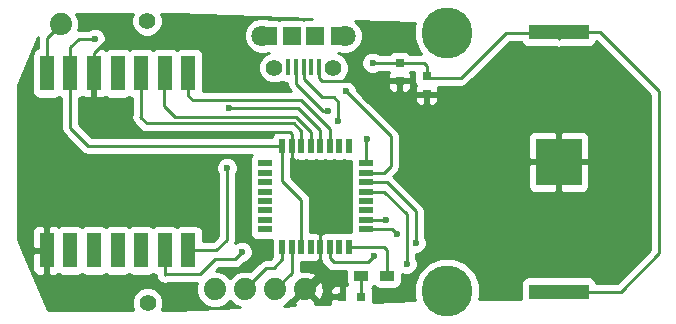
<source format=gbr>
G04 #@! TF.FileFunction,Copper,L2,Bot,Signal*
%FSLAX46Y46*%
G04 Gerber Fmt 4.6, Leading zero omitted, Abs format (unit mm)*
G04 Created by KiCad (PCBNEW 4.0.7-e2-6376~61~ubuntu18.04.1) date Tue Jul 31 19:09:39 2018*
%MOMM*%
%LPD*%
G01*
G04 APERTURE LIST*
%ADD10C,0.100000*%
%ADD11R,1.200000X0.900000*%
%ADD12R,1.270000X0.558800*%
%ADD13R,0.558800X1.270000*%
%ADD14R,1.198880X2.999740*%
%ADD15R,3.960000X3.960000*%
%ADD16R,5.080000X1.270000*%
%ADD17C,1.397000*%
%ADD18C,4.318000*%
%ADD19R,0.800000X0.800000*%
%ADD20C,1.879600*%
%ADD21R,0.750000X0.800000*%
%ADD22R,0.450000X1.350000*%
%ADD23C,1.408000*%
%ADD24C,1.800000*%
%ADD25R,1.500000X1.550000*%
%ADD26C,0.600000*%
%ADD27C,0.250000*%
%ADD28C,0.254000*%
G04 APERTURE END LIST*
D10*
D11*
X105961000Y-85852000D03*
X108161000Y-85852000D03*
D12*
X97815400Y-81920080D03*
X97815400Y-81119980D03*
X97815400Y-80319880D03*
X97815400Y-79519780D03*
X97815400Y-78722220D03*
X97815400Y-77922120D03*
X97815400Y-77122020D03*
X97815400Y-76321920D03*
D13*
X99308920Y-74828400D03*
X100109020Y-74828400D03*
X100909120Y-74828400D03*
X101709220Y-74828400D03*
X102506780Y-74828400D03*
X103306880Y-74828400D03*
X104106980Y-74828400D03*
X104907080Y-74828400D03*
D12*
X106400600Y-76321920D03*
X106400600Y-77122020D03*
X106400600Y-77922120D03*
X106400600Y-78722220D03*
X106400600Y-79519780D03*
X106400600Y-80319880D03*
X106400600Y-81119980D03*
X106400600Y-81920080D03*
D13*
X104907080Y-83413600D03*
X104106980Y-83413600D03*
X103306880Y-83413600D03*
X102506780Y-83413600D03*
X101709220Y-83413600D03*
X100909120Y-83413600D03*
X100109020Y-83413600D03*
X99308920Y-83413600D03*
D14*
X79344520Y-68701920D03*
X81346040Y-68701920D03*
X83345020Y-68701920D03*
X85344000Y-68701920D03*
X87342980Y-68701920D03*
X89341960Y-68701920D03*
X91343480Y-68701920D03*
X91343480Y-83698080D03*
X89341960Y-83698080D03*
X87342980Y-83698080D03*
X85344000Y-83698080D03*
X83345020Y-83698080D03*
X81346040Y-83698080D03*
X79344520Y-83698080D03*
D15*
X122682000Y-76200000D03*
D16*
X122682000Y-87185000D03*
X122682000Y-65215000D03*
D17*
X87833200Y-64262000D03*
D18*
X113233200Y-65278000D03*
D19*
X105956000Y-87630000D03*
X104356000Y-87630000D03*
D20*
X93599000Y-86995000D03*
X96139000Y-86995000D03*
X98679000Y-86995000D03*
X101219000Y-86995000D03*
X80518000Y-64516000D03*
D18*
X113233200Y-87122000D03*
D17*
X87884000Y-88138000D03*
D21*
X111506000Y-70473000D03*
X111506000Y-68973000D03*
X109220000Y-69330000D03*
X109220000Y-67830000D03*
D22*
X99792000Y-68207000D03*
X100442000Y-68207000D03*
X101092000Y-68207000D03*
X101742000Y-68207000D03*
X102392000Y-68207000D03*
D23*
X98592000Y-68232000D03*
X103592000Y-68232000D03*
D24*
X97592000Y-65532000D03*
X104592000Y-65532000D03*
D25*
X100092000Y-65532000D03*
X102092000Y-65532000D03*
X98042000Y-65532000D03*
X104142000Y-65532000D03*
D26*
X102997000Y-85725000D03*
X81788000Y-87376000D03*
X84963000Y-64643000D03*
X116840000Y-77470000D03*
X116840000Y-75946000D03*
X116840000Y-74422000D03*
X116840000Y-73025000D03*
X83439000Y-65786000D03*
X106934000Y-67818000D03*
X109855000Y-84836000D03*
X110617000Y-83058000D03*
X104648000Y-70231000D03*
X106426000Y-74295000D03*
X94742000Y-71628000D03*
X94615000Y-76708000D03*
X107061000Y-84201000D03*
X95885000Y-83820000D03*
X108077000Y-81153000D03*
X103124000Y-71882000D03*
X108966000Y-82296000D03*
X104013000Y-72771000D03*
D27*
X83345020Y-68701920D02*
X83345020Y-71280020D01*
X85725000Y-73660000D02*
X98552000Y-73660000D01*
X83345020Y-71280020D02*
X85725000Y-73660000D01*
X109220000Y-69330000D02*
X104660000Y-69330000D01*
X104660000Y-69330000D02*
X104648000Y-69342000D01*
X102392000Y-68207000D02*
X102392000Y-69118000D01*
X102616000Y-69342000D02*
X104648000Y-69342000D01*
X104648000Y-69342000D02*
X104775000Y-69342000D01*
X102392000Y-69118000D02*
X102616000Y-69342000D01*
X102506780Y-83413600D02*
X102506780Y-85234780D01*
X102997000Y-85725000D02*
X101727000Y-86995000D01*
X102506780Y-85234780D02*
X102997000Y-85725000D01*
X101219000Y-86995000D02*
X101727000Y-86995000D01*
X100109020Y-74828400D02*
X100109020Y-77376020D01*
X102506780Y-79773780D02*
X102506780Y-83413600D01*
X100109020Y-77376020D02*
X102506780Y-79773780D01*
X79344520Y-83698080D02*
X79344520Y-86202520D01*
X80518000Y-87376000D02*
X81788000Y-87376000D01*
X79344520Y-86202520D02*
X80518000Y-87376000D01*
X83345020Y-68701920D02*
X83345020Y-67022980D01*
X84963000Y-65405000D02*
X84963000Y-64643000D01*
X84201000Y-66167000D02*
X84963000Y-65405000D01*
X83345020Y-67022980D02*
X84201000Y-66167000D01*
X100109020Y-74828400D02*
X100109020Y-73820020D01*
X100109020Y-73820020D02*
X99949000Y-73660000D01*
X99949000Y-73660000D02*
X98552000Y-73660000D01*
X98552000Y-73660000D02*
X98425000Y-73660000D01*
X111506000Y-70473000D02*
X111506000Y-71628000D01*
X116840000Y-74422000D02*
X116840000Y-75946000D01*
X112903000Y-73025000D02*
X116840000Y-73025000D01*
X111506000Y-71628000D02*
X112903000Y-73025000D01*
X100711000Y-86868000D02*
X100711000Y-86741000D01*
X109220000Y-67830000D02*
X106946000Y-67830000D01*
X81346040Y-66481960D02*
X81346040Y-68701920D01*
X82042000Y-65786000D02*
X81346040Y-66481960D01*
X82550000Y-65786000D02*
X82042000Y-65786000D01*
X83439000Y-65786000D02*
X82550000Y-65786000D01*
X106946000Y-67830000D02*
X106934000Y-67818000D01*
X99308920Y-74828400D02*
X82829400Y-74828400D01*
X82829400Y-74828400D02*
X81346040Y-73345040D01*
X81346040Y-73345040D02*
X81346040Y-68701920D01*
X100909120Y-83413600D02*
X100909120Y-79446120D01*
X99308920Y-77845920D02*
X99308920Y-74828400D01*
X100909120Y-79446120D02*
X99308920Y-77845920D01*
X111506000Y-68973000D02*
X111506000Y-68072000D01*
X111506000Y-68072000D02*
X111264000Y-67830000D01*
X111264000Y-67830000D02*
X109220000Y-67830000D01*
X112014000Y-69088000D02*
X114427000Y-69088000D01*
X111621000Y-69088000D02*
X112014000Y-69088000D01*
X118237000Y-65278000D02*
X122619000Y-65278000D01*
X117221000Y-66294000D02*
X118237000Y-65278000D01*
X114427000Y-69088000D02*
X117221000Y-66294000D01*
X122619000Y-65278000D02*
X122682000Y-65215000D01*
X111506000Y-68973000D02*
X111621000Y-69088000D01*
X122682000Y-65215000D02*
X126175000Y-65215000D01*
X127953000Y-87185000D02*
X122682000Y-87185000D01*
X131191000Y-83947000D02*
X127953000Y-87185000D01*
X131191000Y-70231000D02*
X131191000Y-83947000D01*
X126175000Y-65215000D02*
X131191000Y-70231000D01*
X122682000Y-65215000D02*
X122682000Y-65786000D01*
X105961000Y-85852000D02*
X105961000Y-87625000D01*
X105961000Y-87625000D02*
X105956000Y-87630000D01*
X79344520Y-68701920D02*
X79344520Y-65689480D01*
X79344520Y-65689480D02*
X80518000Y-64516000D01*
X104907080Y-83413600D02*
X107924600Y-83413600D01*
X108161000Y-83650000D02*
X108161000Y-85852000D01*
X107924600Y-83413600D02*
X108161000Y-83650000D01*
X106400600Y-78722220D02*
X107932220Y-78722220D01*
X109855000Y-80645000D02*
X109855000Y-84836000D01*
X107932220Y-78722220D02*
X109855000Y-80645000D01*
X106400600Y-77922120D02*
X108148120Y-77922120D01*
X110617000Y-80391000D02*
X110617000Y-83058000D01*
X108148120Y-77922120D02*
X110617000Y-80391000D01*
X106400600Y-77122020D02*
X107916980Y-77122020D01*
X108458000Y-74041000D02*
X104648000Y-70231000D01*
X108458000Y-76581000D02*
X108458000Y-74041000D01*
X107916980Y-77122020D02*
X108458000Y-76581000D01*
X106400600Y-76321920D02*
X106400600Y-74320400D01*
X106400600Y-74320400D02*
X106426000Y-74295000D01*
X87312500Y-72453500D02*
X87312500Y-68732400D01*
X87312500Y-68732400D02*
X87342980Y-68701920D01*
X100909120Y-74828400D02*
X100909120Y-73604120D01*
X87814998Y-72955998D02*
X87312500Y-72453500D01*
X87312500Y-72453500D02*
X87249000Y-72390000D01*
X100260998Y-72955998D02*
X87814998Y-72955998D01*
X100909120Y-73604120D02*
X100260998Y-72955998D01*
X89281000Y-68762880D02*
X89281000Y-71501000D01*
X101709220Y-73642220D02*
X100457000Y-72390000D01*
X100457000Y-72390000D02*
X90170000Y-72390000D01*
X90170000Y-72390000D02*
X89281000Y-71501000D01*
X101709220Y-73642220D02*
X101709220Y-74828400D01*
X89281000Y-68762880D02*
X89341960Y-68701920D01*
X91343480Y-83698080D02*
X93720920Y-83698080D01*
X102506780Y-73550780D02*
X100584000Y-71628000D01*
X100584000Y-71628000D02*
X94742000Y-71628000D01*
X102506780Y-73550780D02*
X102506780Y-74828400D01*
X94615000Y-82804000D02*
X94615000Y-76708000D01*
X93720920Y-83698080D02*
X94615000Y-82804000D01*
X103306880Y-74828400D02*
X103306880Y-73461880D01*
X91343480Y-70642480D02*
X91343480Y-68701920D01*
X91694000Y-70993000D02*
X91343480Y-70642480D01*
X100838000Y-70993000D02*
X91694000Y-70993000D01*
X103306880Y-73461880D02*
X100838000Y-70993000D01*
X105410000Y-84709000D02*
X106553000Y-84709000D01*
X106553000Y-84709000D02*
X107061000Y-84201000D01*
X105410000Y-84709000D02*
X103632000Y-84709000D01*
X103632000Y-84709000D02*
X103306880Y-84383880D01*
X103306880Y-83413600D02*
X103306880Y-84383880D01*
X89341960Y-83698080D02*
X89341960Y-85785960D01*
X95250000Y-84455000D02*
X95885000Y-83820000D01*
X93599000Y-84455000D02*
X95250000Y-84455000D01*
X92329000Y-85725000D02*
X93599000Y-84455000D01*
X89402920Y-85725000D02*
X92329000Y-85725000D01*
X89341960Y-85785960D02*
X89402920Y-85725000D01*
X100076000Y-83446620D02*
X100109020Y-83413600D01*
X100076000Y-85598000D02*
X100076000Y-83446620D01*
X98679000Y-86995000D02*
X100076000Y-85598000D01*
X97917000Y-85217000D02*
X96139000Y-86995000D01*
X98552000Y-85217000D02*
X97917000Y-85217000D01*
X99308920Y-84460080D02*
X98552000Y-85217000D01*
X99308920Y-83413600D02*
X99308920Y-84460080D01*
X100442000Y-68207000D02*
X100442000Y-69581000D01*
X108043980Y-81119980D02*
X106400600Y-81119980D01*
X108077000Y-81153000D02*
X108043980Y-81119980D01*
X102743000Y-71882000D02*
X103124000Y-71882000D01*
X100442000Y-69581000D02*
X102743000Y-71882000D01*
X101092000Y-68207000D02*
X101092000Y-69215000D01*
X108590080Y-81920080D02*
X106400600Y-81920080D01*
X108966000Y-82296000D02*
X108590080Y-81920080D01*
X104013000Y-71120000D02*
X104013000Y-72771000D01*
X103632000Y-70739000D02*
X104013000Y-71120000D01*
X102616000Y-70739000D02*
X103632000Y-70739000D01*
X101092000Y-69215000D02*
X102616000Y-70739000D01*
D28*
G36*
X78584520Y-65689480D02*
X78584520Y-66584821D01*
X78509763Y-66598888D01*
X78293639Y-66737960D01*
X78148649Y-66950160D01*
X78097640Y-67202050D01*
X78097640Y-70201790D01*
X78141918Y-70437107D01*
X78280990Y-70653231D01*
X78493190Y-70798221D01*
X78745080Y-70849230D01*
X79943960Y-70849230D01*
X80179277Y-70804952D01*
X80346797Y-70697156D01*
X80494710Y-70798221D01*
X80586040Y-70816716D01*
X80586040Y-73345040D01*
X80643892Y-73635879D01*
X80808639Y-73882441D01*
X82291999Y-75365801D01*
X82538561Y-75530548D01*
X82829400Y-75588400D01*
X96722147Y-75588400D01*
X96583969Y-75790630D01*
X96532960Y-76042520D01*
X96532960Y-76601320D01*
X96556495Y-76726399D01*
X96532960Y-76842620D01*
X96532960Y-77401420D01*
X96556495Y-77526499D01*
X96532960Y-77642720D01*
X96532960Y-78201520D01*
X96556495Y-78326599D01*
X96532960Y-78442820D01*
X96532960Y-79001620D01*
X96556248Y-79125383D01*
X96532960Y-79240380D01*
X96532960Y-79799180D01*
X96556495Y-79924259D01*
X96532960Y-80040480D01*
X96532960Y-80599280D01*
X96556495Y-80724359D01*
X96532960Y-80840580D01*
X96532960Y-81399380D01*
X96556495Y-81524459D01*
X96532960Y-81640680D01*
X96532960Y-82199480D01*
X96577238Y-82434797D01*
X96716310Y-82650921D01*
X96928510Y-82795911D01*
X97180400Y-82846920D01*
X98382080Y-82846920D01*
X98382080Y-84048600D01*
X98423812Y-84270386D01*
X98237198Y-84457000D01*
X97917000Y-84457000D01*
X97626161Y-84514852D01*
X97379599Y-84679599D01*
X96584414Y-85474784D01*
X96453621Y-85420474D01*
X95827127Y-85419927D01*
X95248113Y-85659171D01*
X94868727Y-86037896D01*
X94492217Y-85660728D01*
X93913621Y-85420474D01*
X93708507Y-85420295D01*
X93913802Y-85215000D01*
X95250000Y-85215000D01*
X95540839Y-85157148D01*
X95787401Y-84992401D01*
X96024680Y-84755122D01*
X96070167Y-84755162D01*
X96413943Y-84613117D01*
X96677192Y-84350327D01*
X96819838Y-84006799D01*
X96820162Y-83634833D01*
X96678117Y-83291057D01*
X96415327Y-83027808D01*
X96071799Y-82885162D01*
X95699833Y-82884838D01*
X95356057Y-83026883D01*
X95324374Y-83058511D01*
X95375000Y-82804000D01*
X95375000Y-77270463D01*
X95407192Y-77238327D01*
X95549838Y-76894799D01*
X95550162Y-76522833D01*
X95408117Y-76179057D01*
X95145327Y-75915808D01*
X94801799Y-75773162D01*
X94429833Y-75772838D01*
X94086057Y-75914883D01*
X93822808Y-76177673D01*
X93680162Y-76521201D01*
X93679838Y-76893167D01*
X93821883Y-77236943D01*
X93855000Y-77270118D01*
X93855000Y-82489198D01*
X93406118Y-82938080D01*
X92590360Y-82938080D01*
X92590360Y-82198210D01*
X92546082Y-81962893D01*
X92407010Y-81746769D01*
X92194810Y-81601779D01*
X91942920Y-81550770D01*
X90744040Y-81550770D01*
X90508723Y-81595048D01*
X90341203Y-81702844D01*
X90193290Y-81601779D01*
X89941400Y-81550770D01*
X88742520Y-81550770D01*
X88507203Y-81595048D01*
X88340992Y-81702002D01*
X88194310Y-81601779D01*
X87942420Y-81550770D01*
X86743540Y-81550770D01*
X86508223Y-81595048D01*
X86342012Y-81702002D01*
X86195330Y-81601779D01*
X85943440Y-81550770D01*
X84744560Y-81550770D01*
X84509243Y-81595048D01*
X84343032Y-81702002D01*
X84196350Y-81601779D01*
X83944460Y-81550770D01*
X82745580Y-81550770D01*
X82510263Y-81595048D01*
X82344052Y-81702002D01*
X82197370Y-81601779D01*
X81945480Y-81550770D01*
X80746600Y-81550770D01*
X80511283Y-81595048D01*
X80345501Y-81701726D01*
X80303659Y-81659883D01*
X80070270Y-81563210D01*
X79630270Y-81563210D01*
X79471520Y-81721960D01*
X79471520Y-83571080D01*
X79491520Y-83571080D01*
X79491520Y-83825080D01*
X79471520Y-83825080D01*
X79471520Y-85674200D01*
X79630270Y-85832950D01*
X80070270Y-85832950D01*
X80303659Y-85736277D01*
X80346691Y-85693244D01*
X80494710Y-85794381D01*
X80746600Y-85845390D01*
X81945480Y-85845390D01*
X82180797Y-85801112D01*
X82347008Y-85694158D01*
X82493690Y-85794381D01*
X82745580Y-85845390D01*
X83944460Y-85845390D01*
X84179777Y-85801112D01*
X84345988Y-85694158D01*
X84492670Y-85794381D01*
X84744560Y-85845390D01*
X85943440Y-85845390D01*
X86178757Y-85801112D01*
X86344968Y-85694158D01*
X86491650Y-85794381D01*
X86743540Y-85845390D01*
X87942420Y-85845390D01*
X88177737Y-85801112D01*
X88343948Y-85694158D01*
X88490630Y-85794381D01*
X88587539Y-85814005D01*
X88639812Y-86076799D01*
X88804559Y-86323361D01*
X89051121Y-86488108D01*
X89341960Y-86545960D01*
X89632799Y-86488108D01*
X89637450Y-86485000D01*
X92105602Y-86485000D01*
X92024474Y-86680379D01*
X92023927Y-87306873D01*
X92263171Y-87885887D01*
X92705783Y-88329272D01*
X93284379Y-88569526D01*
X93910873Y-88570073D01*
X94489887Y-88330829D01*
X94869273Y-87952104D01*
X95245783Y-88329272D01*
X95736457Y-88533018D01*
X90308822Y-88748400D01*
X89074432Y-88748400D01*
X89217268Y-88404413D01*
X89217731Y-87873914D01*
X89015146Y-87383620D01*
X88640353Y-87008173D01*
X88150413Y-86804732D01*
X87619914Y-86804269D01*
X87129620Y-87006854D01*
X86754173Y-87381647D01*
X86550732Y-87871587D01*
X86550269Y-88402086D01*
X86693363Y-88748400D01*
X79446607Y-88748400D01*
X77415202Y-83983830D01*
X78110080Y-83983830D01*
X78110080Y-85324259D01*
X78206753Y-85557648D01*
X78385381Y-85736277D01*
X78618770Y-85832950D01*
X79058770Y-85832950D01*
X79217520Y-85674200D01*
X79217520Y-83825080D01*
X78268830Y-83825080D01*
X78110080Y-83983830D01*
X77415202Y-83983830D01*
X76885000Y-82740266D01*
X76885000Y-82071901D01*
X78110080Y-82071901D01*
X78110080Y-83412330D01*
X78268830Y-83571080D01*
X79217520Y-83571080D01*
X79217520Y-81721960D01*
X79058770Y-81563210D01*
X78618770Y-81563210D01*
X78385381Y-81659883D01*
X78206753Y-81838512D01*
X78110080Y-82071901D01*
X76885000Y-82071901D01*
X76885000Y-69659734D01*
X78590447Y-65659685D01*
X78584520Y-65689480D01*
X78584520Y-65689480D01*
G37*
X78584520Y-65689480D02*
X78584520Y-66584821D01*
X78509763Y-66598888D01*
X78293639Y-66737960D01*
X78148649Y-66950160D01*
X78097640Y-67202050D01*
X78097640Y-70201790D01*
X78141918Y-70437107D01*
X78280990Y-70653231D01*
X78493190Y-70798221D01*
X78745080Y-70849230D01*
X79943960Y-70849230D01*
X80179277Y-70804952D01*
X80346797Y-70697156D01*
X80494710Y-70798221D01*
X80586040Y-70816716D01*
X80586040Y-73345040D01*
X80643892Y-73635879D01*
X80808639Y-73882441D01*
X82291999Y-75365801D01*
X82538561Y-75530548D01*
X82829400Y-75588400D01*
X96722147Y-75588400D01*
X96583969Y-75790630D01*
X96532960Y-76042520D01*
X96532960Y-76601320D01*
X96556495Y-76726399D01*
X96532960Y-76842620D01*
X96532960Y-77401420D01*
X96556495Y-77526499D01*
X96532960Y-77642720D01*
X96532960Y-78201520D01*
X96556495Y-78326599D01*
X96532960Y-78442820D01*
X96532960Y-79001620D01*
X96556248Y-79125383D01*
X96532960Y-79240380D01*
X96532960Y-79799180D01*
X96556495Y-79924259D01*
X96532960Y-80040480D01*
X96532960Y-80599280D01*
X96556495Y-80724359D01*
X96532960Y-80840580D01*
X96532960Y-81399380D01*
X96556495Y-81524459D01*
X96532960Y-81640680D01*
X96532960Y-82199480D01*
X96577238Y-82434797D01*
X96716310Y-82650921D01*
X96928510Y-82795911D01*
X97180400Y-82846920D01*
X98382080Y-82846920D01*
X98382080Y-84048600D01*
X98423812Y-84270386D01*
X98237198Y-84457000D01*
X97917000Y-84457000D01*
X97626161Y-84514852D01*
X97379599Y-84679599D01*
X96584414Y-85474784D01*
X96453621Y-85420474D01*
X95827127Y-85419927D01*
X95248113Y-85659171D01*
X94868727Y-86037896D01*
X94492217Y-85660728D01*
X93913621Y-85420474D01*
X93708507Y-85420295D01*
X93913802Y-85215000D01*
X95250000Y-85215000D01*
X95540839Y-85157148D01*
X95787401Y-84992401D01*
X96024680Y-84755122D01*
X96070167Y-84755162D01*
X96413943Y-84613117D01*
X96677192Y-84350327D01*
X96819838Y-84006799D01*
X96820162Y-83634833D01*
X96678117Y-83291057D01*
X96415327Y-83027808D01*
X96071799Y-82885162D01*
X95699833Y-82884838D01*
X95356057Y-83026883D01*
X95324374Y-83058511D01*
X95375000Y-82804000D01*
X95375000Y-77270463D01*
X95407192Y-77238327D01*
X95549838Y-76894799D01*
X95550162Y-76522833D01*
X95408117Y-76179057D01*
X95145327Y-75915808D01*
X94801799Y-75773162D01*
X94429833Y-75772838D01*
X94086057Y-75914883D01*
X93822808Y-76177673D01*
X93680162Y-76521201D01*
X93679838Y-76893167D01*
X93821883Y-77236943D01*
X93855000Y-77270118D01*
X93855000Y-82489198D01*
X93406118Y-82938080D01*
X92590360Y-82938080D01*
X92590360Y-82198210D01*
X92546082Y-81962893D01*
X92407010Y-81746769D01*
X92194810Y-81601779D01*
X91942920Y-81550770D01*
X90744040Y-81550770D01*
X90508723Y-81595048D01*
X90341203Y-81702844D01*
X90193290Y-81601779D01*
X89941400Y-81550770D01*
X88742520Y-81550770D01*
X88507203Y-81595048D01*
X88340992Y-81702002D01*
X88194310Y-81601779D01*
X87942420Y-81550770D01*
X86743540Y-81550770D01*
X86508223Y-81595048D01*
X86342012Y-81702002D01*
X86195330Y-81601779D01*
X85943440Y-81550770D01*
X84744560Y-81550770D01*
X84509243Y-81595048D01*
X84343032Y-81702002D01*
X84196350Y-81601779D01*
X83944460Y-81550770D01*
X82745580Y-81550770D01*
X82510263Y-81595048D01*
X82344052Y-81702002D01*
X82197370Y-81601779D01*
X81945480Y-81550770D01*
X80746600Y-81550770D01*
X80511283Y-81595048D01*
X80345501Y-81701726D01*
X80303659Y-81659883D01*
X80070270Y-81563210D01*
X79630270Y-81563210D01*
X79471520Y-81721960D01*
X79471520Y-83571080D01*
X79491520Y-83571080D01*
X79491520Y-83825080D01*
X79471520Y-83825080D01*
X79471520Y-85674200D01*
X79630270Y-85832950D01*
X80070270Y-85832950D01*
X80303659Y-85736277D01*
X80346691Y-85693244D01*
X80494710Y-85794381D01*
X80746600Y-85845390D01*
X81945480Y-85845390D01*
X82180797Y-85801112D01*
X82347008Y-85694158D01*
X82493690Y-85794381D01*
X82745580Y-85845390D01*
X83944460Y-85845390D01*
X84179777Y-85801112D01*
X84345988Y-85694158D01*
X84492670Y-85794381D01*
X84744560Y-85845390D01*
X85943440Y-85845390D01*
X86178757Y-85801112D01*
X86344968Y-85694158D01*
X86491650Y-85794381D01*
X86743540Y-85845390D01*
X87942420Y-85845390D01*
X88177737Y-85801112D01*
X88343948Y-85694158D01*
X88490630Y-85794381D01*
X88587539Y-85814005D01*
X88639812Y-86076799D01*
X88804559Y-86323361D01*
X89051121Y-86488108D01*
X89341960Y-86545960D01*
X89632799Y-86488108D01*
X89637450Y-86485000D01*
X92105602Y-86485000D01*
X92024474Y-86680379D01*
X92023927Y-87306873D01*
X92263171Y-87885887D01*
X92705783Y-88329272D01*
X93284379Y-88569526D01*
X93910873Y-88570073D01*
X94489887Y-88330829D01*
X94869273Y-87952104D01*
X95245783Y-88329272D01*
X95736457Y-88533018D01*
X90308822Y-88748400D01*
X89074432Y-88748400D01*
X89217268Y-88404413D01*
X89217731Y-87873914D01*
X89015146Y-87383620D01*
X88640353Y-87008173D01*
X88150413Y-86804732D01*
X87619914Y-86804269D01*
X87129620Y-87006854D01*
X86754173Y-87381647D01*
X86550732Y-87871587D01*
X86550269Y-88402086D01*
X86693363Y-88748400D01*
X79446607Y-88748400D01*
X77415202Y-83983830D01*
X78110080Y-83983830D01*
X78110080Y-85324259D01*
X78206753Y-85557648D01*
X78385381Y-85736277D01*
X78618770Y-85832950D01*
X79058770Y-85832950D01*
X79217520Y-85674200D01*
X79217520Y-83825080D01*
X78268830Y-83825080D01*
X78110080Y-83983830D01*
X77415202Y-83983830D01*
X76885000Y-82740266D01*
X76885000Y-82071901D01*
X78110080Y-82071901D01*
X78110080Y-83412330D01*
X78268830Y-83571080D01*
X79217520Y-83571080D01*
X79217520Y-81721960D01*
X79058770Y-81563210D01*
X78618770Y-81563210D01*
X78385381Y-81659883D01*
X78206753Y-81838512D01*
X78110080Y-82071901D01*
X76885000Y-82071901D01*
X76885000Y-69659734D01*
X78590447Y-65659685D01*
X78584520Y-65689480D01*
G36*
X102563390Y-84500041D02*
X102571024Y-84505257D01*
X102604732Y-84674719D01*
X102769479Y-84921281D01*
X103094599Y-85246401D01*
X103341161Y-85411148D01*
X103632000Y-85469000D01*
X104713560Y-85469000D01*
X104713560Y-86302000D01*
X104757838Y-86537317D01*
X104794956Y-86595000D01*
X104641750Y-86595000D01*
X104483000Y-86753750D01*
X104483000Y-87503000D01*
X104503000Y-87503000D01*
X104503000Y-87757000D01*
X104483000Y-87757000D01*
X104483000Y-87777000D01*
X104229000Y-87777000D01*
X104229000Y-87757000D01*
X103479750Y-87757000D01*
X103321000Y-87915750D01*
X103321000Y-88156310D01*
X103351863Y-88230819D01*
X102086340Y-88281038D01*
X102148363Y-88103968D01*
X101219000Y-87174605D01*
X100289637Y-88103968D01*
X100375442Y-88348931D01*
X99435838Y-88386217D01*
X99569887Y-88330829D01*
X100011601Y-87889885D01*
X100110032Y-87924363D01*
X101039395Y-86995000D01*
X101398605Y-86995000D01*
X102327968Y-87924363D01*
X102588580Y-87833077D01*
X102805045Y-87245167D01*
X102799396Y-87103690D01*
X103321000Y-87103690D01*
X103321000Y-87344250D01*
X103479750Y-87503000D01*
X104229000Y-87503000D01*
X104229000Y-86753750D01*
X104070250Y-86595000D01*
X103829691Y-86595000D01*
X103596302Y-86691673D01*
X103417673Y-86870301D01*
X103321000Y-87103690D01*
X102799396Y-87103690D01*
X102780049Y-86619172D01*
X102588580Y-86156923D01*
X102327968Y-86065637D01*
X101398605Y-86995000D01*
X101039395Y-86995000D01*
X101025253Y-86980858D01*
X101204858Y-86801253D01*
X101219000Y-86815395D01*
X102148363Y-85886032D01*
X102057077Y-85625420D01*
X101469167Y-85408955D01*
X100843172Y-85433951D01*
X100836000Y-85436922D01*
X100836000Y-84696040D01*
X101188520Y-84696040D01*
X101313599Y-84672505D01*
X101429820Y-84696040D01*
X101988620Y-84696040D01*
X102086596Y-84677604D01*
X102101071Y-84683600D01*
X102221030Y-84683600D01*
X102305086Y-84599544D01*
X102440061Y-84512690D01*
X102507767Y-84413600D01*
X102563390Y-84500041D01*
X102563390Y-84500041D01*
G37*
X102563390Y-84500041D02*
X102571024Y-84505257D01*
X102604732Y-84674719D01*
X102769479Y-84921281D01*
X103094599Y-85246401D01*
X103341161Y-85411148D01*
X103632000Y-85469000D01*
X104713560Y-85469000D01*
X104713560Y-86302000D01*
X104757838Y-86537317D01*
X104794956Y-86595000D01*
X104641750Y-86595000D01*
X104483000Y-86753750D01*
X104483000Y-87503000D01*
X104503000Y-87503000D01*
X104503000Y-87757000D01*
X104483000Y-87757000D01*
X104483000Y-87777000D01*
X104229000Y-87777000D01*
X104229000Y-87757000D01*
X103479750Y-87757000D01*
X103321000Y-87915750D01*
X103321000Y-88156310D01*
X103351863Y-88230819D01*
X102086340Y-88281038D01*
X102148363Y-88103968D01*
X101219000Y-87174605D01*
X100289637Y-88103968D01*
X100375442Y-88348931D01*
X99435838Y-88386217D01*
X99569887Y-88330829D01*
X100011601Y-87889885D01*
X100110032Y-87924363D01*
X101039395Y-86995000D01*
X101398605Y-86995000D01*
X102327968Y-87924363D01*
X102588580Y-87833077D01*
X102805045Y-87245167D01*
X102799396Y-87103690D01*
X103321000Y-87103690D01*
X103321000Y-87344250D01*
X103479750Y-87503000D01*
X104229000Y-87503000D01*
X104229000Y-86753750D01*
X104070250Y-86595000D01*
X103829691Y-86595000D01*
X103596302Y-86691673D01*
X103417673Y-86870301D01*
X103321000Y-87103690D01*
X102799396Y-87103690D01*
X102780049Y-86619172D01*
X102588580Y-86156923D01*
X102327968Y-86065637D01*
X101398605Y-86995000D01*
X101039395Y-86995000D01*
X101025253Y-86980858D01*
X101204858Y-86801253D01*
X101219000Y-86815395D01*
X102148363Y-85886032D01*
X102057077Y-85625420D01*
X101469167Y-85408955D01*
X100843172Y-85433951D01*
X100836000Y-85436922D01*
X100836000Y-84696040D01*
X101188520Y-84696040D01*
X101313599Y-84672505D01*
X101429820Y-84696040D01*
X101988620Y-84696040D01*
X102086596Y-84677604D01*
X102101071Y-84683600D01*
X102221030Y-84683600D01*
X102305086Y-84599544D01*
X102440061Y-84512690D01*
X102507767Y-84413600D01*
X102563390Y-84500041D01*
G36*
X110549720Y-64454810D02*
X110439686Y-64719801D01*
X110438716Y-65831323D01*
X110863181Y-66858606D01*
X111074206Y-67070000D01*
X110117931Y-67070000D01*
X110059090Y-66978559D01*
X109846890Y-66833569D01*
X109595000Y-66782560D01*
X108845000Y-66782560D01*
X108609683Y-66826838D01*
X108393559Y-66965910D01*
X108322437Y-67070000D01*
X107508442Y-67070000D01*
X107464327Y-67025808D01*
X107120799Y-66883162D01*
X106748833Y-66882838D01*
X106405057Y-67024883D01*
X106141808Y-67287673D01*
X105999162Y-67631201D01*
X105998838Y-68003167D01*
X106140883Y-68346943D01*
X106403673Y-68610192D01*
X106747201Y-68752838D01*
X107119167Y-68753162D01*
X107462943Y-68611117D01*
X107484097Y-68590000D01*
X108298514Y-68590000D01*
X108210000Y-68803691D01*
X108210000Y-69044250D01*
X108368750Y-69203000D01*
X109093000Y-69203000D01*
X109093000Y-69183000D01*
X109347000Y-69183000D01*
X109347000Y-69203000D01*
X110071250Y-69203000D01*
X110230000Y-69044250D01*
X110230000Y-68803691D01*
X110141486Y-68590000D01*
X110483560Y-68590000D01*
X110483560Y-69373000D01*
X110527838Y-69608317D01*
X110594329Y-69711646D01*
X110592673Y-69713302D01*
X110496000Y-69946691D01*
X110496000Y-70187250D01*
X110654750Y-70346000D01*
X111379000Y-70346000D01*
X111379000Y-70326000D01*
X111633000Y-70326000D01*
X111633000Y-70346000D01*
X112357250Y-70346000D01*
X112516000Y-70187250D01*
X112516000Y-69946691D01*
X112475121Y-69848000D01*
X114427000Y-69848000D01*
X114717839Y-69790148D01*
X114964401Y-69625401D01*
X118551802Y-66038000D01*
X119529935Y-66038000D01*
X119538838Y-66085317D01*
X119677910Y-66301441D01*
X119890110Y-66446431D01*
X120142000Y-66497440D01*
X122437875Y-66497440D01*
X122682000Y-66546000D01*
X122926125Y-66497440D01*
X125222000Y-66497440D01*
X125457317Y-66453162D01*
X125673441Y-66314090D01*
X125818431Y-66101890D01*
X125844127Y-65975000D01*
X125860198Y-65975000D01*
X130431000Y-70545802D01*
X130431000Y-83632198D01*
X127638198Y-86425000D01*
X125845920Y-86425000D01*
X125825162Y-86314683D01*
X125686090Y-86098559D01*
X125473890Y-85953569D01*
X125222000Y-85902560D01*
X120142000Y-85902560D01*
X119906683Y-85946838D01*
X119690559Y-86085910D01*
X119545569Y-86298110D01*
X119494560Y-86550000D01*
X119494560Y-87820000D01*
X119501974Y-87859400D01*
X115952303Y-87859400D01*
X116026714Y-87680199D01*
X116027684Y-86568677D01*
X115603219Y-85541394D01*
X114817940Y-84754743D01*
X113791399Y-84328486D01*
X112679877Y-84327516D01*
X111652594Y-84751981D01*
X110865943Y-85537260D01*
X110439686Y-86563801D01*
X110438716Y-87675323D01*
X110550215Y-87945170D01*
X106992025Y-88086368D01*
X107003440Y-88030000D01*
X107003440Y-87230000D01*
X106959162Y-86994683D01*
X106870740Y-86857272D01*
X107012441Y-86766090D01*
X107060134Y-86696289D01*
X107096910Y-86753441D01*
X107309110Y-86898431D01*
X107561000Y-86949440D01*
X108761000Y-86949440D01*
X108996317Y-86905162D01*
X109212441Y-86766090D01*
X109357431Y-86553890D01*
X109408440Y-86302000D01*
X109408440Y-85662975D01*
X109668201Y-85770838D01*
X110040167Y-85771162D01*
X110383943Y-85629117D01*
X110647192Y-85366327D01*
X110789838Y-85022799D01*
X110790162Y-84650833D01*
X110648117Y-84307057D01*
X110615000Y-84273882D01*
X110615000Y-83992999D01*
X110802167Y-83993162D01*
X111145943Y-83851117D01*
X111409192Y-83588327D01*
X111551838Y-83244799D01*
X111552162Y-82872833D01*
X111410117Y-82529057D01*
X111377000Y-82495882D01*
X111377000Y-80391000D01*
X111319148Y-80100161D01*
X111154401Y-79853599D01*
X108707302Y-77406500D01*
X108995401Y-77118401D01*
X109160148Y-76871839D01*
X109218000Y-76581000D01*
X109218000Y-76485750D01*
X120067000Y-76485750D01*
X120067000Y-78306309D01*
X120163673Y-78539698D01*
X120342301Y-78718327D01*
X120575690Y-78815000D01*
X122396250Y-78815000D01*
X122555000Y-78656250D01*
X122555000Y-76327000D01*
X122809000Y-76327000D01*
X122809000Y-78656250D01*
X122967750Y-78815000D01*
X124788310Y-78815000D01*
X125021699Y-78718327D01*
X125200327Y-78539698D01*
X125297000Y-78306309D01*
X125297000Y-76485750D01*
X125138250Y-76327000D01*
X122809000Y-76327000D01*
X122555000Y-76327000D01*
X120225750Y-76327000D01*
X120067000Y-76485750D01*
X109218000Y-76485750D01*
X109218000Y-74093691D01*
X120067000Y-74093691D01*
X120067000Y-75914250D01*
X120225750Y-76073000D01*
X122555000Y-76073000D01*
X122555000Y-73743750D01*
X122809000Y-73743750D01*
X122809000Y-76073000D01*
X125138250Y-76073000D01*
X125297000Y-75914250D01*
X125297000Y-74093691D01*
X125200327Y-73860302D01*
X125021699Y-73681673D01*
X124788310Y-73585000D01*
X122967750Y-73585000D01*
X122809000Y-73743750D01*
X122555000Y-73743750D01*
X122396250Y-73585000D01*
X120575690Y-73585000D01*
X120342301Y-73681673D01*
X120163673Y-73860302D01*
X120067000Y-74093691D01*
X109218000Y-74093691D01*
X109218000Y-74041000D01*
X109160148Y-73750161D01*
X108995401Y-73503599D01*
X106250552Y-70758750D01*
X110496000Y-70758750D01*
X110496000Y-70999309D01*
X110592673Y-71232698D01*
X110771301Y-71411327D01*
X111004690Y-71508000D01*
X111220250Y-71508000D01*
X111379000Y-71349250D01*
X111379000Y-70600000D01*
X111633000Y-70600000D01*
X111633000Y-71349250D01*
X111791750Y-71508000D01*
X112007310Y-71508000D01*
X112240699Y-71411327D01*
X112419327Y-71232698D01*
X112516000Y-70999309D01*
X112516000Y-70758750D01*
X112357250Y-70600000D01*
X111633000Y-70600000D01*
X111379000Y-70600000D01*
X110654750Y-70600000D01*
X110496000Y-70758750D01*
X106250552Y-70758750D01*
X105583122Y-70091320D01*
X105583162Y-70045833D01*
X105441117Y-69702057D01*
X105354961Y-69615750D01*
X108210000Y-69615750D01*
X108210000Y-69856309D01*
X108306673Y-70089698D01*
X108485301Y-70268327D01*
X108718690Y-70365000D01*
X108934250Y-70365000D01*
X109093000Y-70206250D01*
X109093000Y-69457000D01*
X109347000Y-69457000D01*
X109347000Y-70206250D01*
X109505750Y-70365000D01*
X109721310Y-70365000D01*
X109954699Y-70268327D01*
X110133327Y-70089698D01*
X110230000Y-69856309D01*
X110230000Y-69615750D01*
X110071250Y-69457000D01*
X109347000Y-69457000D01*
X109093000Y-69457000D01*
X108368750Y-69457000D01*
X108210000Y-69615750D01*
X105354961Y-69615750D01*
X105178327Y-69438808D01*
X104834799Y-69296162D01*
X104462833Y-69295838D01*
X104392464Y-69324914D01*
X104726487Y-68991473D01*
X104930767Y-68499512D01*
X104931232Y-67966825D01*
X104727811Y-67474508D01*
X104351473Y-67097513D01*
X104006915Y-66954440D01*
X104014898Y-66954440D01*
X104285330Y-67066733D01*
X104895991Y-67067265D01*
X105460371Y-66834068D01*
X105892551Y-66402643D01*
X106126733Y-65838670D01*
X106127265Y-65228009D01*
X105894068Y-64663629D01*
X105484984Y-64253829D01*
X110549720Y-64454810D01*
X110549720Y-64454810D01*
G37*
X110549720Y-64454810D02*
X110439686Y-64719801D01*
X110438716Y-65831323D01*
X110863181Y-66858606D01*
X111074206Y-67070000D01*
X110117931Y-67070000D01*
X110059090Y-66978559D01*
X109846890Y-66833569D01*
X109595000Y-66782560D01*
X108845000Y-66782560D01*
X108609683Y-66826838D01*
X108393559Y-66965910D01*
X108322437Y-67070000D01*
X107508442Y-67070000D01*
X107464327Y-67025808D01*
X107120799Y-66883162D01*
X106748833Y-66882838D01*
X106405057Y-67024883D01*
X106141808Y-67287673D01*
X105999162Y-67631201D01*
X105998838Y-68003167D01*
X106140883Y-68346943D01*
X106403673Y-68610192D01*
X106747201Y-68752838D01*
X107119167Y-68753162D01*
X107462943Y-68611117D01*
X107484097Y-68590000D01*
X108298514Y-68590000D01*
X108210000Y-68803691D01*
X108210000Y-69044250D01*
X108368750Y-69203000D01*
X109093000Y-69203000D01*
X109093000Y-69183000D01*
X109347000Y-69183000D01*
X109347000Y-69203000D01*
X110071250Y-69203000D01*
X110230000Y-69044250D01*
X110230000Y-68803691D01*
X110141486Y-68590000D01*
X110483560Y-68590000D01*
X110483560Y-69373000D01*
X110527838Y-69608317D01*
X110594329Y-69711646D01*
X110592673Y-69713302D01*
X110496000Y-69946691D01*
X110496000Y-70187250D01*
X110654750Y-70346000D01*
X111379000Y-70346000D01*
X111379000Y-70326000D01*
X111633000Y-70326000D01*
X111633000Y-70346000D01*
X112357250Y-70346000D01*
X112516000Y-70187250D01*
X112516000Y-69946691D01*
X112475121Y-69848000D01*
X114427000Y-69848000D01*
X114717839Y-69790148D01*
X114964401Y-69625401D01*
X118551802Y-66038000D01*
X119529935Y-66038000D01*
X119538838Y-66085317D01*
X119677910Y-66301441D01*
X119890110Y-66446431D01*
X120142000Y-66497440D01*
X122437875Y-66497440D01*
X122682000Y-66546000D01*
X122926125Y-66497440D01*
X125222000Y-66497440D01*
X125457317Y-66453162D01*
X125673441Y-66314090D01*
X125818431Y-66101890D01*
X125844127Y-65975000D01*
X125860198Y-65975000D01*
X130431000Y-70545802D01*
X130431000Y-83632198D01*
X127638198Y-86425000D01*
X125845920Y-86425000D01*
X125825162Y-86314683D01*
X125686090Y-86098559D01*
X125473890Y-85953569D01*
X125222000Y-85902560D01*
X120142000Y-85902560D01*
X119906683Y-85946838D01*
X119690559Y-86085910D01*
X119545569Y-86298110D01*
X119494560Y-86550000D01*
X119494560Y-87820000D01*
X119501974Y-87859400D01*
X115952303Y-87859400D01*
X116026714Y-87680199D01*
X116027684Y-86568677D01*
X115603219Y-85541394D01*
X114817940Y-84754743D01*
X113791399Y-84328486D01*
X112679877Y-84327516D01*
X111652594Y-84751981D01*
X110865943Y-85537260D01*
X110439686Y-86563801D01*
X110438716Y-87675323D01*
X110550215Y-87945170D01*
X106992025Y-88086368D01*
X107003440Y-88030000D01*
X107003440Y-87230000D01*
X106959162Y-86994683D01*
X106870740Y-86857272D01*
X107012441Y-86766090D01*
X107060134Y-86696289D01*
X107096910Y-86753441D01*
X107309110Y-86898431D01*
X107561000Y-86949440D01*
X108761000Y-86949440D01*
X108996317Y-86905162D01*
X109212441Y-86766090D01*
X109357431Y-86553890D01*
X109408440Y-86302000D01*
X109408440Y-85662975D01*
X109668201Y-85770838D01*
X110040167Y-85771162D01*
X110383943Y-85629117D01*
X110647192Y-85366327D01*
X110789838Y-85022799D01*
X110790162Y-84650833D01*
X110648117Y-84307057D01*
X110615000Y-84273882D01*
X110615000Y-83992999D01*
X110802167Y-83993162D01*
X111145943Y-83851117D01*
X111409192Y-83588327D01*
X111551838Y-83244799D01*
X111552162Y-82872833D01*
X111410117Y-82529057D01*
X111377000Y-82495882D01*
X111377000Y-80391000D01*
X111319148Y-80100161D01*
X111154401Y-79853599D01*
X108707302Y-77406500D01*
X108995401Y-77118401D01*
X109160148Y-76871839D01*
X109218000Y-76581000D01*
X109218000Y-76485750D01*
X120067000Y-76485750D01*
X120067000Y-78306309D01*
X120163673Y-78539698D01*
X120342301Y-78718327D01*
X120575690Y-78815000D01*
X122396250Y-78815000D01*
X122555000Y-78656250D01*
X122555000Y-76327000D01*
X122809000Y-76327000D01*
X122809000Y-78656250D01*
X122967750Y-78815000D01*
X124788310Y-78815000D01*
X125021699Y-78718327D01*
X125200327Y-78539698D01*
X125297000Y-78306309D01*
X125297000Y-76485750D01*
X125138250Y-76327000D01*
X122809000Y-76327000D01*
X122555000Y-76327000D01*
X120225750Y-76327000D01*
X120067000Y-76485750D01*
X109218000Y-76485750D01*
X109218000Y-74093691D01*
X120067000Y-74093691D01*
X120067000Y-75914250D01*
X120225750Y-76073000D01*
X122555000Y-76073000D01*
X122555000Y-73743750D01*
X122809000Y-73743750D01*
X122809000Y-76073000D01*
X125138250Y-76073000D01*
X125297000Y-75914250D01*
X125297000Y-74093691D01*
X125200327Y-73860302D01*
X125021699Y-73681673D01*
X124788310Y-73585000D01*
X122967750Y-73585000D01*
X122809000Y-73743750D01*
X122555000Y-73743750D01*
X122396250Y-73585000D01*
X120575690Y-73585000D01*
X120342301Y-73681673D01*
X120163673Y-73860302D01*
X120067000Y-74093691D01*
X109218000Y-74093691D01*
X109218000Y-74041000D01*
X109160148Y-73750161D01*
X108995401Y-73503599D01*
X106250552Y-70758750D01*
X110496000Y-70758750D01*
X110496000Y-70999309D01*
X110592673Y-71232698D01*
X110771301Y-71411327D01*
X111004690Y-71508000D01*
X111220250Y-71508000D01*
X111379000Y-71349250D01*
X111379000Y-70600000D01*
X111633000Y-70600000D01*
X111633000Y-71349250D01*
X111791750Y-71508000D01*
X112007310Y-71508000D01*
X112240699Y-71411327D01*
X112419327Y-71232698D01*
X112516000Y-70999309D01*
X112516000Y-70758750D01*
X112357250Y-70600000D01*
X111633000Y-70600000D01*
X111379000Y-70600000D01*
X110654750Y-70600000D01*
X110496000Y-70758750D01*
X106250552Y-70758750D01*
X105583122Y-70091320D01*
X105583162Y-70045833D01*
X105441117Y-69702057D01*
X105354961Y-69615750D01*
X108210000Y-69615750D01*
X108210000Y-69856309D01*
X108306673Y-70089698D01*
X108485301Y-70268327D01*
X108718690Y-70365000D01*
X108934250Y-70365000D01*
X109093000Y-70206250D01*
X109093000Y-69457000D01*
X109347000Y-69457000D01*
X109347000Y-70206250D01*
X109505750Y-70365000D01*
X109721310Y-70365000D01*
X109954699Y-70268327D01*
X110133327Y-70089698D01*
X110230000Y-69856309D01*
X110230000Y-69615750D01*
X110071250Y-69457000D01*
X109347000Y-69457000D01*
X109093000Y-69457000D01*
X108368750Y-69457000D01*
X108210000Y-69615750D01*
X105354961Y-69615750D01*
X105178327Y-69438808D01*
X104834799Y-69296162D01*
X104462833Y-69295838D01*
X104392464Y-69324914D01*
X104726487Y-68991473D01*
X104930767Y-68499512D01*
X104931232Y-67966825D01*
X104727811Y-67474508D01*
X104351473Y-67097513D01*
X104006915Y-66954440D01*
X104014898Y-66954440D01*
X104285330Y-67066733D01*
X104895991Y-67067265D01*
X105460371Y-66834068D01*
X105892551Y-66402643D01*
X106126733Y-65838670D01*
X106127265Y-65228009D01*
X105894068Y-64663629D01*
X105484984Y-64253829D01*
X110549720Y-64454810D01*
G36*
X100165630Y-75914841D02*
X100309541Y-76013171D01*
X100394770Y-76098400D01*
X100514729Y-76098400D01*
X100532316Y-76091115D01*
X100629720Y-76110840D01*
X101188520Y-76110840D01*
X101313599Y-76087305D01*
X101429820Y-76110840D01*
X101988620Y-76110840D01*
X102112383Y-76087552D01*
X102227380Y-76110840D01*
X102786180Y-76110840D01*
X102911259Y-76087305D01*
X103027480Y-76110840D01*
X103586280Y-76110840D01*
X103711359Y-76087305D01*
X103827580Y-76110840D01*
X104386380Y-76110840D01*
X104511459Y-76087305D01*
X104627680Y-76110840D01*
X105118160Y-76110840D01*
X105118160Y-76601320D01*
X105141695Y-76726399D01*
X105118160Y-76842620D01*
X105118160Y-77401420D01*
X105141695Y-77526499D01*
X105118160Y-77642720D01*
X105118160Y-78201520D01*
X105141695Y-78326599D01*
X105118160Y-78442820D01*
X105118160Y-79001620D01*
X105141448Y-79125383D01*
X105118160Y-79240380D01*
X105118160Y-79799180D01*
X105141695Y-79924259D01*
X105118160Y-80040480D01*
X105118160Y-80599280D01*
X105141695Y-80724359D01*
X105118160Y-80840580D01*
X105118160Y-81399380D01*
X105141695Y-81524459D01*
X105118160Y-81640680D01*
X105118160Y-82131160D01*
X104627680Y-82131160D01*
X104502601Y-82154695D01*
X104386380Y-82131160D01*
X103827580Y-82131160D01*
X103702501Y-82154695D01*
X103586280Y-82131160D01*
X103027480Y-82131160D01*
X102927757Y-82149924D01*
X102912489Y-82143600D01*
X102792530Y-82143600D01*
X102703890Y-82232240D01*
X102576039Y-82314510D01*
X102508333Y-82413600D01*
X102452710Y-82327159D01*
X102300779Y-82223349D01*
X102221030Y-82143600D01*
X102101071Y-82143600D01*
X102084318Y-82150539D01*
X101988620Y-82131160D01*
X101669120Y-82131160D01*
X101669120Y-79446120D01*
X101611268Y-79155281D01*
X101446521Y-78908719D01*
X100068920Y-77531118D01*
X100068920Y-75884814D01*
X100108775Y-75826485D01*
X100165630Y-75914841D01*
X100165630Y-75914841D01*
G37*
X100165630Y-75914841D02*
X100309541Y-76013171D01*
X100394770Y-76098400D01*
X100514729Y-76098400D01*
X100532316Y-76091115D01*
X100629720Y-76110840D01*
X101188520Y-76110840D01*
X101313599Y-76087305D01*
X101429820Y-76110840D01*
X101988620Y-76110840D01*
X102112383Y-76087552D01*
X102227380Y-76110840D01*
X102786180Y-76110840D01*
X102911259Y-76087305D01*
X103027480Y-76110840D01*
X103586280Y-76110840D01*
X103711359Y-76087305D01*
X103827580Y-76110840D01*
X104386380Y-76110840D01*
X104511459Y-76087305D01*
X104627680Y-76110840D01*
X105118160Y-76110840D01*
X105118160Y-76601320D01*
X105141695Y-76726399D01*
X105118160Y-76842620D01*
X105118160Y-77401420D01*
X105141695Y-77526499D01*
X105118160Y-77642720D01*
X105118160Y-78201520D01*
X105141695Y-78326599D01*
X105118160Y-78442820D01*
X105118160Y-79001620D01*
X105141448Y-79125383D01*
X105118160Y-79240380D01*
X105118160Y-79799180D01*
X105141695Y-79924259D01*
X105118160Y-80040480D01*
X105118160Y-80599280D01*
X105141695Y-80724359D01*
X105118160Y-80840580D01*
X105118160Y-81399380D01*
X105141695Y-81524459D01*
X105118160Y-81640680D01*
X105118160Y-82131160D01*
X104627680Y-82131160D01*
X104502601Y-82154695D01*
X104386380Y-82131160D01*
X103827580Y-82131160D01*
X103702501Y-82154695D01*
X103586280Y-82131160D01*
X103027480Y-82131160D01*
X102927757Y-82149924D01*
X102912489Y-82143600D01*
X102792530Y-82143600D01*
X102703890Y-82232240D01*
X102576039Y-82314510D01*
X102508333Y-82413600D01*
X102452710Y-82327159D01*
X102300779Y-82223349D01*
X102221030Y-82143600D01*
X102101071Y-82143600D01*
X102084318Y-82150539D01*
X101988620Y-82131160D01*
X101669120Y-82131160D01*
X101669120Y-79446120D01*
X101611268Y-79155281D01*
X101446521Y-78908719D01*
X100068920Y-77531118D01*
X100068920Y-75884814D01*
X100108775Y-75826485D01*
X100165630Y-75914841D01*
G36*
X83472020Y-68574920D02*
X83492020Y-68574920D01*
X83492020Y-68828920D01*
X83472020Y-68828920D01*
X83472020Y-70678040D01*
X83630770Y-70836790D01*
X84070770Y-70836790D01*
X84304159Y-70740117D01*
X84346160Y-70698115D01*
X84492670Y-70798221D01*
X84744560Y-70849230D01*
X85943440Y-70849230D01*
X86178757Y-70804952D01*
X86344968Y-70697998D01*
X86491650Y-70798221D01*
X86552500Y-70810543D01*
X86552500Y-72090708D01*
X86546852Y-72099161D01*
X86489000Y-72390000D01*
X86546852Y-72680839D01*
X86711599Y-72927401D01*
X87277597Y-73493399D01*
X87524159Y-73658146D01*
X87814998Y-73715998D01*
X98598766Y-73715998D01*
X98578079Y-73729310D01*
X98433089Y-73941510D01*
X98407393Y-74068400D01*
X83144202Y-74068400D01*
X82106040Y-73030238D01*
X82106040Y-70819019D01*
X82180797Y-70804952D01*
X82345033Y-70699269D01*
X82385881Y-70740117D01*
X82619270Y-70836790D01*
X83059270Y-70836790D01*
X83218020Y-70678040D01*
X83218020Y-68828920D01*
X83198020Y-68828920D01*
X83198020Y-68574920D01*
X83218020Y-68574920D01*
X83218020Y-68554920D01*
X83472020Y-68554920D01*
X83472020Y-68574920D01*
X83472020Y-68574920D01*
G37*
X83472020Y-68574920D02*
X83492020Y-68574920D01*
X83492020Y-68828920D01*
X83472020Y-68828920D01*
X83472020Y-70678040D01*
X83630770Y-70836790D01*
X84070770Y-70836790D01*
X84304159Y-70740117D01*
X84346160Y-70698115D01*
X84492670Y-70798221D01*
X84744560Y-70849230D01*
X85943440Y-70849230D01*
X86178757Y-70804952D01*
X86344968Y-70697998D01*
X86491650Y-70798221D01*
X86552500Y-70810543D01*
X86552500Y-72090708D01*
X86546852Y-72099161D01*
X86489000Y-72390000D01*
X86546852Y-72680839D01*
X86711599Y-72927401D01*
X87277597Y-73493399D01*
X87524159Y-73658146D01*
X87814998Y-73715998D01*
X98598766Y-73715998D01*
X98578079Y-73729310D01*
X98433089Y-73941510D01*
X98407393Y-74068400D01*
X83144202Y-74068400D01*
X82106040Y-73030238D01*
X82106040Y-70819019D01*
X82180797Y-70804952D01*
X82345033Y-70699269D01*
X82385881Y-70740117D01*
X82619270Y-70836790D01*
X83059270Y-70836790D01*
X83218020Y-70678040D01*
X83218020Y-68828920D01*
X83198020Y-68828920D01*
X83198020Y-68574920D01*
X83218020Y-68574920D01*
X83218020Y-68554920D01*
X83472020Y-68554920D01*
X83472020Y-68574920D01*
G36*
X86499932Y-63995587D02*
X86499469Y-64526086D01*
X86702054Y-65016380D01*
X87076847Y-65391827D01*
X87566787Y-65595268D01*
X88097286Y-65595731D01*
X88587580Y-65393146D01*
X88963027Y-65018353D01*
X89166468Y-64528413D01*
X89166931Y-63997914D01*
X89023837Y-63651600D01*
X90308822Y-63651600D01*
X101849414Y-64109560D01*
X101342000Y-64109560D01*
X101106683Y-64153838D01*
X101095021Y-64161342D01*
X101093890Y-64160569D01*
X100842000Y-64109560D01*
X99342000Y-64109560D01*
X99106683Y-64153838D01*
X99069272Y-64177912D01*
X99043890Y-64160569D01*
X98792000Y-64109560D01*
X98169102Y-64109560D01*
X97898670Y-63997267D01*
X97288009Y-63996735D01*
X96723629Y-64229932D01*
X96291449Y-64661357D01*
X96057267Y-65225330D01*
X96056735Y-65835991D01*
X96289932Y-66400371D01*
X96721357Y-66832551D01*
X97285330Y-67066733D01*
X97895991Y-67067265D01*
X98169048Y-66954440D01*
X98177567Y-66954440D01*
X97834508Y-67096189D01*
X97457513Y-67472527D01*
X97253233Y-67964488D01*
X97252768Y-68497175D01*
X97456189Y-68989492D01*
X97832527Y-69366487D01*
X98324488Y-69570767D01*
X98857175Y-69571232D01*
X99227178Y-69418350D01*
X99315110Y-69478431D01*
X99567000Y-69529440D01*
X99682000Y-69529440D01*
X99682000Y-69581000D01*
X99739852Y-69871839D01*
X99904599Y-70118401D01*
X100019198Y-70233000D01*
X92584040Y-70233000D01*
X92590360Y-70201790D01*
X92590360Y-67202050D01*
X92546082Y-66966733D01*
X92407010Y-66750609D01*
X92194810Y-66605619D01*
X91942920Y-66554610D01*
X90744040Y-66554610D01*
X90508723Y-66598888D01*
X90341203Y-66706684D01*
X90193290Y-66605619D01*
X89941400Y-66554610D01*
X88742520Y-66554610D01*
X88507203Y-66598888D01*
X88340992Y-66705842D01*
X88194310Y-66605619D01*
X87942420Y-66554610D01*
X86743540Y-66554610D01*
X86508223Y-66598888D01*
X86342012Y-66705842D01*
X86195330Y-66605619D01*
X85943440Y-66554610D01*
X84744560Y-66554610D01*
X84509243Y-66598888D01*
X84345007Y-66704571D01*
X84304159Y-66663723D01*
X84070770Y-66567050D01*
X83980031Y-66567050D01*
X84231192Y-66316327D01*
X84373838Y-65972799D01*
X84374162Y-65600833D01*
X84232117Y-65257057D01*
X83969327Y-64993808D01*
X83625799Y-64851162D01*
X83253833Y-64850838D01*
X82910057Y-64992883D01*
X82876882Y-65026000D01*
X82042000Y-65026000D01*
X82008642Y-65032635D01*
X82092526Y-64830621D01*
X82093073Y-64204127D01*
X81864773Y-63651600D01*
X86642768Y-63651600D01*
X86499932Y-63995587D01*
X86499932Y-63995587D01*
G37*
X86499932Y-63995587D02*
X86499469Y-64526086D01*
X86702054Y-65016380D01*
X87076847Y-65391827D01*
X87566787Y-65595268D01*
X88097286Y-65595731D01*
X88587580Y-65393146D01*
X88963027Y-65018353D01*
X89166468Y-64528413D01*
X89166931Y-63997914D01*
X89023837Y-63651600D01*
X90308822Y-63651600D01*
X101849414Y-64109560D01*
X101342000Y-64109560D01*
X101106683Y-64153838D01*
X101095021Y-64161342D01*
X101093890Y-64160569D01*
X100842000Y-64109560D01*
X99342000Y-64109560D01*
X99106683Y-64153838D01*
X99069272Y-64177912D01*
X99043890Y-64160569D01*
X98792000Y-64109560D01*
X98169102Y-64109560D01*
X97898670Y-63997267D01*
X97288009Y-63996735D01*
X96723629Y-64229932D01*
X96291449Y-64661357D01*
X96057267Y-65225330D01*
X96056735Y-65835991D01*
X96289932Y-66400371D01*
X96721357Y-66832551D01*
X97285330Y-67066733D01*
X97895991Y-67067265D01*
X98169048Y-66954440D01*
X98177567Y-66954440D01*
X97834508Y-67096189D01*
X97457513Y-67472527D01*
X97253233Y-67964488D01*
X97252768Y-68497175D01*
X97456189Y-68989492D01*
X97832527Y-69366487D01*
X98324488Y-69570767D01*
X98857175Y-69571232D01*
X99227178Y-69418350D01*
X99315110Y-69478431D01*
X99567000Y-69529440D01*
X99682000Y-69529440D01*
X99682000Y-69581000D01*
X99739852Y-69871839D01*
X99904599Y-70118401D01*
X100019198Y-70233000D01*
X92584040Y-70233000D01*
X92590360Y-70201790D01*
X92590360Y-67202050D01*
X92546082Y-66966733D01*
X92407010Y-66750609D01*
X92194810Y-66605619D01*
X91942920Y-66554610D01*
X90744040Y-66554610D01*
X90508723Y-66598888D01*
X90341203Y-66706684D01*
X90193290Y-66605619D01*
X89941400Y-66554610D01*
X88742520Y-66554610D01*
X88507203Y-66598888D01*
X88340992Y-66705842D01*
X88194310Y-66605619D01*
X87942420Y-66554610D01*
X86743540Y-66554610D01*
X86508223Y-66598888D01*
X86342012Y-66705842D01*
X86195330Y-66605619D01*
X85943440Y-66554610D01*
X84744560Y-66554610D01*
X84509243Y-66598888D01*
X84345007Y-66704571D01*
X84304159Y-66663723D01*
X84070770Y-66567050D01*
X83980031Y-66567050D01*
X84231192Y-66316327D01*
X84373838Y-65972799D01*
X84374162Y-65600833D01*
X84232117Y-65257057D01*
X83969327Y-64993808D01*
X83625799Y-64851162D01*
X83253833Y-64850838D01*
X82910057Y-64992883D01*
X82876882Y-65026000D01*
X82042000Y-65026000D01*
X82008642Y-65032635D01*
X82092526Y-64830621D01*
X82093073Y-64204127D01*
X81864773Y-63651600D01*
X86642768Y-63651600D01*
X86499932Y-63995587D01*
M02*

</source>
